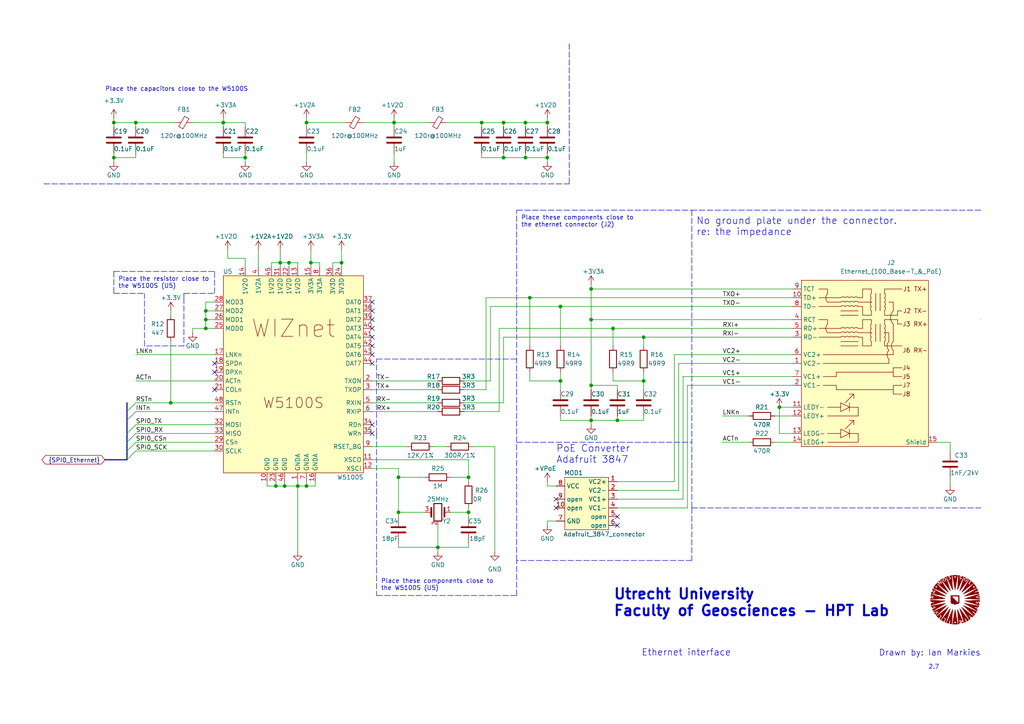
<source format=kicad_sch>
(kicad_sch (version 20211123) (generator eeschema)
  (paper "A4")
  (lib_symbols
    (symbol "+1V2A_1" (power) (in_bom no) (on_board no)
      (property "Value" "+1V2A_1" (at -3.81 3.81 0))
      (symbol "+1V2A_1_1_1"
        (pin power_in line (at 0 0 90) (length 0) hide (name "+1V2A") (number "1"))
      )
    )
    (symbol "+1V2D_1" (power) (in_bom no) (on_board no)
      (property "Value" "+1V2D_1" (at -3.81 3.81 0))
      (symbol "+1V2D_1_1_1"
        (pin power_in line (at 0 0 90) (length 0) hide (name "+1V2D") (number "1"))
      )
    )
    (symbol "+3V3A_1" (power) (in_bom no) (on_board no)
      (property "Value" "+3V3A_1" (at 0 5.08 0))
      (symbol "+3V3A_1_1_1"
        (pin power_in line (at 0 0 90) (length 0) hide (name "+3V3A") (number "1"))
      )
    )
    (symbol "+3V3A_2" (power) (in_bom no) (on_board no)
      (property "Value" "+3V3A_2" (at 0 5.08 0))
      (symbol "+3V3A_2_1_1"
        (pin power_in line (at 0 0 90) (length 0) hide (name "+3V3A") (number "1"))
      )
    )
    (symbol "Device:C" (pin_numbers hide) (pin_names (offset 0.254))
      (property "Reference" "C" (at 0.635 2.54 0))
      (property "Value" "C" (at 0.635 -2.54 0))
      (symbol "C_1_1"
        (pin passive line (at 0 3.81 270) (length 2.794) (name "~") (number "1"))
        (pin passive line (at 0 -3.81 90) (length 2.794) (name "~") (number "2"))
      )
    )
    (symbol "Device:FerriteBead_Small" (pin_numbers hide) (pin_names (offset 0))
      (property "Reference" "FB" (at 1.905 1.27 0))
      (property "Value" "FerriteBead_Small" (at 1.905 -1.27 0))
      (symbol "FerriteBead_Small_1_1"
        (pin passive line (at 0 2.54 270) (length 1.27) (name "~") (number "1"))
        (pin passive line (at 0 -2.54 90) (length 1.27) (name "~") (number "2"))
      )
    )
    (symbol "Device:R" (pin_numbers hide) (pin_names (offset 0))
      (property "Reference" "R" (at 2.032 0 90))
      (property "Value" "R" (at 0 0 90))
      (symbol "R_1_1"
        (pin passive line (at 0 3.81 270) (length 1.27) (name "~") (number "1"))
        (pin passive line (at 0 -3.81 90) (length 1.27) (name "~") (number "2"))
      )
    )
    (symbol "HPT:+1V2A" (power) (in_bom no) (on_board no)
      (property "Value" "+1V2A" (at 0 5.08 0))
      (symbol "+1V2A_1_1"
        (pin power_in line (at 0 0 90) (length 0) hide (name "+1V2A") (number "1"))
      )
    )
    (symbol "HPT:+1V2D" (power) (in_bom no) (on_board no)
      (property "Value" "+1V2D" (at 0 5.08 0))
      (symbol "+1V2D_1_1"
        (pin power_in line (at 0 0 90) (length 0) hide (name "+1V2D") (number "1"))
      )
    )
    (symbol "HPT:+1V2O" (power) (in_bom no) (on_board no)
      (property "Value" "+1V2O" (at 0 5.08 0))
      (symbol "+1V2O_1_1"
        (pin power_in line (at 0 0 90) (length 0) hide (name "+1V2O") (number "1"))
      )
    )
    (symbol "HPT:+3V3A" (power) (in_bom no) (on_board no)
      (property "Value" "+3V3A" (at 0 5.08 0))
      (symbol "+3V3A_1_1"
        (pin power_in line (at 0 0 90) (length 0) hide (name "+3V3A") (number "1"))
      )
    )
    (symbol "HPT:+VPoE" (power) (in_bom no) (on_board no)
      (property "Value" "+VPoE" (at 0 5.08 0))
      (symbol "+VPoE_1_1"
        (pin power_in line (at 0 0 90) (length 0) hide (name "+VPoE") (number ""))
      )
    )
    (symbol "HPT:Adafruit_3847_connector"
      (property "Reference" "MOD?" (at -3.81 7.62 0))
      (property "Value" "Adafruit_3847_connector" (at 1.27 -10.16 0))
      (symbol "Adafruit_3847_connector_1_1"
        (pin bidirectional line (at 8.89 5.08 180) (length 2.54) (name "VC2+") (number "1"))
        (pin passive line (at -8.89 -2.54 0) (length 2.54) (name "open") (number "10"))
        (pin bidirectional line (at 8.89 2.54 180) (length 2.54) (name "VC2-") (number "2"))
        (pin bidirectional line (at 8.89 0 180) (length 2.54) (name "VC1+") (number "3"))
        (pin bidirectional line (at 8.89 -2.54 180) (length 2.54) (name "VC1-") (number "4"))
        (pin passive line (at 8.89 -5.08 180) (length 2.54) (name "open") (number "5"))
        (pin passive line (at 8.89 -7.62 180) (length 2.54) (name "open") (number "6"))
        (pin power_out line (at -8.89 -6.35 0) (length 2.54) (name "GND") (number "7"))
        (pin power_in line (at -8.89 3.81 0) (length 2.54) (name "VCC") (number "8"))
        (pin passive line (at -8.89 0 0) (length 2.54) (name "open") (number "9"))
      )
    )
    (symbol "HPT:Crystal"
      (property "Reference" "U" (at 1.27 6.35 0))
      (property "Value" "Crystal" (at 0 -8.89 0))
      (symbol "Crystal_1_1"
        (pin passive line (at -3.81 0 0) (length 1.27) (name "") (number "1"))
        (pin passive line (at 0 -3.81 90) (length 1.27) (name "") (number "2"))
        (pin passive line (at 3.81 0 180) (length 1.27) (name "") (number "3"))
        (pin passive line (at 0 -3.81 90) (length 1.27) hide (name "") (number "4"))
      )
    )
    (symbol "HPT:Ethernet_(100_Base-T_&_PoE)"
      (property "Reference" "J?" (at -16.51 29.21 0))
      (property "Value" "Ethernet_(100_Base-T_&_PoE)" (at -2.54 -21.59 0))
      (symbol "Ethernet_(100_Base-T_&_PoE)_0_0"
        (text "J1 TX+" (at 15.24 25.4 0) (effects (font (size 1.27 1.27))))
        (text "J2 TX-" (at 15.24 19.05 0) (effects (font (size 1.27 1.27))))
        (text "J3 RX+" (at 15.24 15.24 0) (effects (font (size 1.27 1.27))))
        (text "J4" (at 12.7 2.54 0) (effects (font (size 1.27 1.27))))
        (text "J5" (at 12.7 0 0) (effects (font (size 1.27 1.27))))
        (text "J6 RX-" (at 15.24 7.62 0) (effects (font (size 1.27 1.27))))
        (text "J7" (at 12.7 -2.54 0) (effects (font (size 1.27 1.27))))
        (text "J8" (at 12.7 -5.08 0) (effects (font (size 1.27 1.27))))
      )
      (symbol "Ethernet_(100_Base-T_&_PoE)_1_1"
        (pin output line (at -20.32 3.81 0) (length 2.54) (name "VC2-") (number "1"))
        (pin input line (at -20.32 22.86 0) (length 2.54) (name "TD+") (number "10"))
        (pin input line (at -20.32 -8.89 0) (length 2.54) (name "LEDY-") (number "11"))
        (pin input line (at -20.32 -11.43 0) (length 2.54) (name "LEDY+") (number "12"))
        (pin input line (at -20.32 -16.51 0) (length 2.54) (name "LEDG-") (number "13"))
        (pin input line (at -20.32 -19.05 0) (length 2.54) (name "LEDG+") (number "14"))
        (pin input line (at 21.59 -19.05 180) (length 2.54) (name "Shield") (number "15"))
        (pin input line (at 21.59 -19.05 180) (length 2.54) hide (name "Shield") (number "16"))
        (pin output line (at -20.32 -2.54 0) (length 2.54) (name "VC1-") (number "2"))
        (pin input line (at -20.32 11.43 0) (length 2.54) (name "RD-") (number "3"))
        (pin input line (at -20.32 16.51 0) (length 2.54) (name "RCT") (number "4"))
        (pin input line (at -20.32 13.97 0) (length 2.54) (name "RD+") (number "5"))
        (pin output line (at -20.32 6.35 0) (length 2.54) (name "VC2+") (number "6"))
        (pin output line (at -20.32 0 0) (length 2.54) (name "VC1+") (number "7"))
        (pin input line (at -20.32 20.32 0) (length 2.54) (name "TD-") (number "8"))
        (pin input line (at -20.32 25.4 0) (length 2.54) (name "TCT") (number "9"))
      )
    )
    (symbol "HPT:LOGO" (pin_names (offset 1.016)))
    (symbol "HPT:W5100S"
      (property "Reference" "U" (at -20.32 38.1 0))
      (property "Value" "W5100S" (at 20.32 -22.86 0))
      (symbol "W5100S_0_0"
        (text "W5100S" (at 0 0 0) (effects (font (size 3 3))))
        (text "WIZnet" (at 0 21.59 0) (effects (font (size 5 5))))
      )
      (symbol "W5100S_1_1"
        (pin input line (at -1.27 -22.86 90) (length 2.54) (name "GNDA") (number "1"))
        (pin input line (at 7.62 -22.86 90) (length 2.54) (name "GND") (number "10"))
        (pin input line (at -22.86 -16.51 0) (length 2.54) (name "XSCO") (number "11"))
        (pin input line (at -22.86 -19.05 0) (length 2.54) (name "XSCI") (number "12"))
        (pin input line (at -1.27 39.37 270) (length 2.54) (name "1V2D") (number "13"))
        (pin input line (at 13.97 39.37 270) (length 2.54) (name "1V2O") (number "14"))
        (pin input line (at -5.08 39.37 270) (length 2.54) (name "3V3A") (number "15"))
        (pin input line (at -6.35 -22.86 90) (length 2.54) (name "GNDA") (number "16"))
        (pin bidirectional line (at 22.86 13.97 180) (length 2.54) (name "LNKn") (number "17"))
        (pin bidirectional line (at 22.86 11.43 180) (length 2.54) (name "SPDn") (number "18"))
        (pin bidirectional line (at 22.86 8.89 180) (length 2.54) (name "DPXn") (number "19"))
        (pin input line (at -22.86 6.35 0) (length 2.54) (name "TXON") (number "2"))
        (pin bidirectional line (at 22.86 6.35 180) (length 2.54) (name "ACTn") (number "20"))
        (pin bidirectional line (at 22.86 3.81 180) (length 2.54) (name "COLn") (number "21"))
        (pin input line (at 1.27 39.37 270) (length 2.54) (name "1V2D") (number "22"))
        (pin input line (at 5.08 -22.86 90) (length 2.54) (name "GND") (number "23"))
        (pin input line (at -13.97 39.37 270) (length 2.54) (name "3V3D") (number "24"))
        (pin input line (at 22.86 21.59 180) (length 2.54) (name "MOD0") (number "25"))
        (pin input line (at 22.86 24.13 180) (length 2.54) (name "MOD1") (number "26"))
        (pin input line (at 22.86 26.67 180) (length 2.54) (name "MOD2") (number "27"))
        (pin input line (at 22.86 29.21 180) (length 2.54) (name "MOD3") (number "28"))
        (pin bidirectional line (at 22.86 -11.43 180) (length 2.54) (name "CSn") (number "29"))
        (pin input line (at -22.86 3.81 0) (length 2.54) (name "TXOP") (number "3"))
        (pin bidirectional line (at 22.86 -13.97 180) (length 2.54) (name "SCLK") (number "30"))
        (pin input line (at 3.81 39.37 270) (length 2.54) (name "1V2D") (number "31"))
        (pin bidirectional line (at 22.86 -6.35 180) (length 2.54) (name "MOSI") (number "32"))
        (pin bidirectional line (at 22.86 -8.89 180) (length 2.54) (name "MISO") (number "33"))
        (pin input line (at -22.86 -6.35 0) (length 2.54) (name "RDn") (number "34"))
        (pin input line (at -22.86 -8.89 0) (length 2.54) (name "WRn") (number "35"))
        (pin input line (at -11.43 39.37 270) (length 2.54) (name "3V3D") (number "36"))
        (pin input line (at -22.86 29.21 0) (length 2.54) (name "DAT0") (number "37"))
        (pin input line (at -22.86 26.67 0) (length 2.54) (name "DAT1") (number "38"))
        (pin input line (at -22.86 24.13 0) (length 2.54) (name "DAT2") (number "39"))
        (pin input line (at 10.16 39.37 270) (length 2.54) (name "1V2A") (number "4"))
        (pin input line (at -22.86 21.59 0) (length 2.54) (name "DAT3") (number "40"))
        (pin input line (at -22.86 19.05 0) (length 2.54) (name "DAT4") (number "41"))
        (pin input line (at -22.86 16.51 0) (length 2.54) (name "DAT5") (number "42"))
        (pin input line (at -22.86 13.97 0) (length 2.54) (name "DAT6") (number "43"))
        (pin input line (at -22.86 11.43 0) (length 2.54) (name "DAT7") (number "44"))
        (pin input line (at 6.35 39.37 270) (length 2.54) (name "1V2D") (number "45"))
        (pin input line (at 2.54 -22.86 90) (length 2.54) (name "GND") (number "46"))
        (pin bidirectional line (at 22.86 -2.54 180) (length 2.54) (name "INTn") (number "47"))
        (pin bidirectional line (at 22.86 0 180) (length 2.54) (name "RSTn") (number "48"))
        (pin input line (at -22.86 0 0) (length 2.54) (name "RXIN") (number "5"))
        (pin input line (at -22.86 -2.54 0) (length 2.54) (name "RXIP") (number "6"))
        (pin input line (at -3.81 -22.86 90) (length 2.54) (name "GNDA") (number "7"))
        (pin input line (at -7.62 39.37 270) (length 2.54) (name "3V3A") (number "8"))
        (pin input line (at -22.86 -12.7 0) (length 2.54) (name "RSET_BG") (number "9"))
      )
    )
    (symbol "power:+3.3V" (power) (pin_names (offset 0))
      (property "Value" "+3.3V" (at 0 3.556 0))
      (symbol "+3.3V_1_1"
        (pin power_in line (at 0 0 90) (length 0) hide (name "+3.3V") (number "1"))
      )
    )
    (symbol "power:GND" (power) (pin_names (offset 0))
      (property "Value" "GND" (at 0 -3.81 0))
      (symbol "GND_1_1"
        (pin power_in line (at 0 0 270) (length 0) hide (name "GND") (number "1"))
      )
    )
  )
  (junction (at 127 158.75))
  (junction (at 49.53 116.84))
  (junction (at 33.02 35.56))
  (junction (at 162.56 110.49))
  (junction (at 146.05 45.72))
  (junction (at 158.75 35.56))
  (junction (at 152.4 35.56))
  (junction (at 59.69 90.17))
  (junction (at 82.55 140.97))
  (junction (at 139.7 35.56))
  (junction (at 177.8 95.25))
  (junction (at 179.07 121.92))
  (junction (at 135.89 138.43))
  (junction (at 39.37 35.56))
  (junction (at 64.77 35.56))
  (junction (at 99.06 76.2))
  (junction (at 158.75 45.72))
  (junction (at 186.69 110.49))
  (junction (at 80.01 140.97))
  (junction (at 83.82 76.2))
  (junction (at 135.89 148.59))
  (junction (at 114.3 35.56))
  (junction (at 186.69 97.79))
  (junction (at 162.56 88.9))
  (junction (at 226.06 118.11))
  (junction (at 146.05 35.56))
  (junction (at 88.9 140.97))
  (junction (at 153.67 86.36))
  (junction (at 171.45 83.82))
  (junction (at 86.36 140.97))
  (junction (at 88.9 35.56))
  (junction (at 90.17 76.2))
  (junction (at 71.12 45.72))
  (junction (at 171.45 92.71))
  (junction (at 59.69 95.25))
  (junction (at 171.45 111.76))
  (junction (at 152.4 45.72))
  (junction (at 115.57 138.43))
  (junction (at 81.28 76.2))
  (junction (at 115.57 148.59))
  (junction (at 171.45 121.92))
  (junction (at 59.69 92.71))
  (junction (at 33.02 45.72))
  (no_connect (at 179.07 149.86))
  (no_connect (at 161.29 144.78))
  (no_connect (at 107.95 125.73))
  (no_connect (at 107.95 123.19))
  (no_connect (at 161.29 147.32))
  (no_connect (at 62.23 105.41))
  (no_connect (at 62.23 113.03))
  (no_connect (at 62.23 107.95))
  (no_connect (at 107.95 97.79))
  (no_connect (at 107.95 95.25))
  (no_connect (at 107.95 100.33))
  (no_connect (at 107.95 102.87))
  (no_connect (at 107.95 105.41))
  (no_connect (at 107.95 92.71))
  (no_connect (at 107.95 90.17))
  (no_connect (at 107.95 87.63))
  (no_connect (at 179.07 152.4))
  (bus_entry (at 36.83 130.81) (size 2.54 -2.54))
  (bus_entry (at 36.83 119.38) (size 2.54 -2.54))
  (bus_entry (at 36.83 128.27) (size 2.54 -2.54))
  (bus_entry (at 36.83 121.92) (size 2.54 -2.54))
  (bus_entry (at 36.83 133.35) (size 2.54 -2.54))
  (bus_entry (at 36.83 125.73) (size 2.54 -2.54))
  (wire (pts (xy 134.62 113.03) (xy 140.97 113.03)))
  (wire (pts (xy 179.07 147.32) (xy 199.39 147.32)))
  (wire (pts (xy 224.79 120.65) (xy 229.87 120.65)))
  (wire (pts (xy 39.37 125.73) (xy 62.23 125.73)))
  (wire (pts (xy 135.89 158.75) (xy 127 158.75)))
  (wire (pts (xy 99.06 72.39) (xy 99.06 76.2)))
  (wire (pts (xy 105.41 35.56) (xy 114.3 35.56)))
  (wire (pts (xy 82.55 140.97) (xy 86.36 140.97)))
  (wire (pts (xy 158.75 139.7) (xy 158.75 140.97)))
  (wire (pts (xy 114.3 35.56) (xy 114.3 36.83)))
  (wire (pts (xy 186.69 110.49) (xy 186.69 113.03)))
  (wire (pts (xy 64.77 35.56) (xy 64.77 36.83)))
  (wire (pts (xy 135.89 158.75) (xy 135.89 157.48)))
  (wire (pts (xy 139.7 35.56) (xy 146.05 35.56)))
  (wire (pts (xy 33.02 45.72) (xy 33.02 44.45)))
  (wire (pts (xy 158.75 45.72) (xy 158.75 46.99)))
  (wire (pts (xy 33.02 35.56) (xy 33.02 36.83)))
  (wire (pts (xy 49.53 99.06) (xy 49.53 116.84)))
  (wire (pts (xy 127 158.75) (xy 115.57 158.75)))
  (wire (pts (xy 107.95 135.89) (xy 115.57 135.89)))
  (wire (pts (xy 162.56 120.65) (xy 162.56 121.92)))
  (wire (pts (xy 71.12 45.72) (xy 71.12 46.99)))
  (wire (pts (xy 62.23 87.63) (xy 59.69 87.63)))
  (wire (pts (xy 137.16 129.54) (xy 143.51 129.54)))
  (wire (pts (xy 114.3 35.56) (xy 124.46 35.56)))
  (bus (pts (xy 36.83 125.73) (xy 36.83 128.27)))
  (wire (pts (xy 114.3 46.99) (xy 114.3 44.45)))
  (wire (pts (xy 49.53 91.44) (xy 49.53 90.17)))
  (wire (pts (xy 88.9 139.7) (xy 88.9 140.97)))
  (wire (pts (xy 96.52 76.2) (xy 96.52 77.47)))
  (wire (pts (xy 92.71 76.2) (xy 92.71 77.47)))
  (wire (pts (xy 115.57 138.43) (xy 115.57 148.59)))
  (bus (pts (xy 36.83 130.81) (xy 36.83 133.35)))
  (polyline (pts (xy 62.23 85.09) (xy 62.23 78.74)))
  (wire (pts (xy 171.45 111.76) (xy 171.45 113.03)))
  (wire (pts (xy 88.9 34.29) (xy 88.9 35.56)))
  (wire (pts (xy 135.89 138.43) (xy 130.81 138.43)))
  (wire (pts (xy 81.28 76.2) (xy 78.74 76.2)))
  (wire (pts (xy 198.12 144.78) (xy 198.12 109.22)))
  (wire (pts (xy 162.56 107.95) (xy 162.56 110.49)))
  (polyline (pts (xy 200.66 147.32) (xy 284.48 147.32)))
  (wire (pts (xy 196.85 142.24) (xy 196.85 105.41)))
  (wire (pts (xy 64.77 34.29) (xy 64.77 35.56)))
  (polyline (pts (xy 33.02 85.09) (xy 41.91 85.09)))
  (wire (pts (xy 139.7 45.72) (xy 146.05 45.72)))
  (wire (pts (xy 142.24 110.49) (xy 142.24 88.9)))
  (wire (pts (xy 161.29 140.97) (xy 158.75 140.97)))
  (wire (pts (xy 39.37 45.72) (xy 39.37 44.45)))
  (wire (pts (xy 146.05 35.56) (xy 152.4 35.56)))
  (polyline (pts (xy 12.7 53.34) (xy 165.1 53.34)))
  (bus (pts (xy 36.83 121.92) (xy 36.83 125.73)))
  (wire (pts (xy 71.12 45.72) (xy 71.12 44.45)))
  (wire (pts (xy 199.39 111.76) (xy 229.87 111.76)))
  (wire (pts (xy 90.17 72.39) (xy 90.17 76.2)))
  (wire (pts (xy 107.95 133.35) (xy 135.89 133.35)))
  (wire (pts (xy 179.07 144.78) (xy 198.12 144.78)))
  (wire (pts (xy 77.47 140.97) (xy 80.01 140.97)))
  (wire (pts (xy 64.77 35.56) (xy 71.12 35.56)))
  (polyline (pts (xy 165.1 12.7) (xy 165.1 53.34)))
  (wire (pts (xy 127 116.84) (xy 107.95 116.84)))
  (wire (pts (xy 78.74 76.2) (xy 78.74 77.47)))
  (wire (pts (xy 171.45 83.82) (xy 229.87 83.82)))
  (wire (pts (xy 33.02 45.72) (xy 39.37 45.72)))
  (wire (pts (xy 114.3 34.29) (xy 114.3 35.56)))
  (wire (pts (xy 123.19 138.43) (xy 115.57 138.43)))
  (wire (pts (xy 161.29 151.13) (xy 158.75 151.13)))
  (polyline (pts (xy 149.86 172.72) (xy 149.86 162.56)))
  (wire (pts (xy 135.89 139.7) (xy 135.89 138.43)))
  (wire (pts (xy 179.07 120.65) (xy 179.07 121.92)))
  (wire (pts (xy 71.12 35.56) (xy 71.12 36.83)))
  (polyline (pts (xy 200.66 162.56) (xy 149.86 162.56)))
  (wire (pts (xy 224.79 128.27) (xy 229.87 128.27)))
  (wire (pts (xy 74.93 72.39) (xy 74.93 77.47)))
  (wire (pts (xy 62.23 92.71) (xy 59.69 92.71)))
  (wire (pts (xy 59.69 92.71) (xy 59.69 90.17)))
  (wire (pts (xy 139.7 45.72) (xy 139.7 44.45)))
  (bus (pts (xy 36.83 116.84) (xy 36.83 119.38)))
  (wire (pts (xy 146.05 45.72) (xy 146.05 44.45)))
  (wire (pts (xy 59.69 95.25) (xy 55.88 95.25)))
  (wire (pts (xy 55.88 95.25) (xy 55.88 96.52)))
  (wire (pts (xy 88.9 44.45) (xy 88.9 46.99)))
  (wire (pts (xy 158.75 45.72) (xy 158.75 44.45)))
  (wire (pts (xy 135.89 147.32) (xy 135.89 148.59)))
  (wire (pts (xy 158.75 35.56) (xy 158.75 36.83)))
  (wire (pts (xy 86.36 76.2) (xy 83.82 76.2)))
  (wire (pts (xy 39.37 116.84) (xy 49.53 116.84)))
  (wire (pts (xy 90.17 76.2) (xy 90.17 77.47)))
  (wire (pts (xy 135.89 133.35) (xy 135.89 138.43)))
  (wire (pts (xy 171.45 121.92) (xy 179.07 121.92)))
  (wire (pts (xy 162.56 121.92) (xy 171.45 121.92)))
  (wire (pts (xy 198.12 109.22) (xy 229.87 109.22)))
  (wire (pts (xy 83.82 76.2) (xy 83.82 77.47)))
  (wire (pts (xy 80.01 140.97) (xy 82.55 140.97)))
  (wire (pts (xy 152.4 35.56) (xy 158.75 35.56)))
  (bus (pts (xy 36.83 119.38) (xy 36.83 121.92)))
  (wire (pts (xy 171.45 92.71) (xy 171.45 111.76)))
  (wire (pts (xy 64.77 45.72) (xy 71.12 45.72)))
  (wire (pts (xy 39.37 110.49) (xy 62.23 110.49)))
  (wire (pts (xy 115.57 158.75) (xy 115.57 157.48)))
  (bus (pts (xy 36.83 128.27) (xy 36.83 130.81)))
  (wire (pts (xy 146.05 116.84) (xy 146.05 97.79)))
  (polyline (pts (xy 149.86 128.27) (xy 149.86 60.96)))
  (wire (pts (xy 153.67 110.49) (xy 162.56 110.49)))
  (polyline (pts (xy 109.22 125.73) (xy 109.22 172.72)))
  (wire (pts (xy 55.88 35.56) (xy 64.77 35.56)))
  (wire (pts (xy 81.28 76.2) (xy 81.28 77.47)))
  (wire (pts (xy 115.57 148.59) (xy 115.57 149.86)))
  (wire (pts (xy 177.8 95.25) (xy 229.87 95.25)))
  (wire (pts (xy 88.9 35.56) (xy 100.33 35.56)))
  (wire (pts (xy 86.36 139.7) (xy 86.36 140.97)))
  (wire (pts (xy 62.23 95.25) (xy 59.69 95.25)))
  (wire (pts (xy 127 119.38) (xy 107.95 119.38)))
  (wire (pts (xy 229.87 118.11) (xy 226.06 118.11)))
  (wire (pts (xy 125.73 129.54) (xy 129.54 129.54)))
  (polyline (pts (xy 284.48 60.96) (xy 200.66 60.96)))
  (wire (pts (xy 134.62 116.84) (xy 146.05 116.84)))
  (wire (pts (xy 195.58 139.7) (xy 195.58 102.87)))
  (wire (pts (xy 162.56 88.9) (xy 229.87 88.9)))
  (wire (pts (xy 81.28 72.39) (xy 81.28 76.2)))
  (wire (pts (xy 179.07 139.7) (xy 195.58 139.7)))
  (wire (pts (xy 49.53 116.84) (xy 62.23 116.84)))
  (polyline (pts (xy 200.66 147.32) (xy 200.66 162.56)))
  (wire (pts (xy 130.81 148.59) (xy 135.89 148.59)))
  (bus (pts (xy 30.48 133.35) (xy 36.83 133.35)))
  (polyline (pts (xy 149.86 162.56) (xy 149.86 128.27)))
  (wire (pts (xy 144.78 119.38) (xy 144.78 95.25)))
  (wire (pts (xy 171.45 92.71) (xy 229.87 92.71)))
  (wire (pts (xy 77.47 139.7) (xy 77.47 140.97)))
  (polyline (pts (xy 149.86 60.96) (xy 200.66 60.96)))
  (wire (pts (xy 127 110.49) (xy 107.95 110.49)))
  (wire (pts (xy 115.57 148.59) (xy 123.19 148.59)))
  (wire (pts (xy 33.02 35.56) (xy 33.02 34.29)))
  (wire (pts (xy 39.37 130.81) (xy 62.23 130.81)))
  (wire (pts (xy 86.36 77.47) (xy 86.36 76.2)))
  (wire (pts (xy 153.67 86.36) (xy 153.67 100.33)))
  (wire (pts (xy 195.58 102.87) (xy 229.87 102.87)))
  (wire (pts (xy 39.37 119.38) (xy 62.23 119.38)))
  (wire (pts (xy 209.55 120.65) (xy 217.17 120.65)))
  (wire (pts (xy 33.02 46.99) (xy 33.02 45.72)))
  (wire (pts (xy 107.95 129.54) (xy 118.11 129.54)))
  (polyline (pts (xy 33.02 78.74) (xy 33.02 85.09)))
  (wire (pts (xy 162.56 100.33) (xy 162.56 88.9)))
  (polyline (pts (xy 53.34 86.36) (xy 53.34 85.09)))
  (wire (pts (xy 139.7 35.56) (xy 139.7 36.83)))
  (wire (pts (xy 71.12 74.93) (xy 71.12 77.47)))
  (wire (pts (xy 99.06 76.2) (xy 96.52 76.2)))
  (wire (pts (xy 144.78 95.25) (xy 177.8 95.25)))
  (wire (pts (xy 64.77 45.72) (xy 64.77 44.45)))
  (wire (pts (xy 153.67 86.36) (xy 229.87 86.36)))
  (wire (pts (xy 39.37 102.87) (xy 62.23 102.87)))
  (wire (pts (xy 115.57 135.89) (xy 115.57 138.43)))
  (wire (pts (xy 86.36 140.97) (xy 88.9 140.97)))
  (polyline (pts (xy 109.22 125.73) (xy 109.22 104.14)))
  (wire (pts (xy 39.37 35.56) (xy 39.37 36.83)))
  (wire (pts (xy 39.37 128.27) (xy 62.23 128.27)))
  (wire (pts (xy 179.07 121.92) (xy 186.69 121.92)))
  (wire (pts (xy 66.04 72.39) (xy 66.04 74.93)))
  (wire (pts (xy 59.69 90.17) (xy 59.69 87.63)))
  (polyline (pts (xy 53.34 85.09) (xy 62.23 85.09)))
  (polyline (pts (xy 149.86 128.27) (xy 200.66 128.27)))
  (wire (pts (xy 171.45 111.76) (xy 179.07 111.76)))
  (wire (pts (xy 91.44 139.7) (xy 91.44 140.97)))
  (polyline (pts (xy 109.22 104.14) (xy 149.86 104.14)))
  (wire (pts (xy 142.24 88.9) (xy 162.56 88.9)))
  (wire (pts (xy 171.45 120.65) (xy 171.45 121.92)))
  (wire (pts (xy 153.67 107.95) (xy 153.67 110.49)))
  (polyline (pts (xy 200.66 60.96) (xy 200.66 147.32)))
  (wire (pts (xy 39.37 35.56) (xy 33.02 35.56)))
  (wire (pts (xy 135.89 148.59) (xy 135.89 149.86)))
  (wire (pts (xy 99.06 76.2) (xy 99.06 77.47)))
  (polyline (pts (xy 109.22 172.72) (xy 149.86 172.72)))
  (wire (pts (xy 186.69 97.79) (xy 186.69 100.33)))
  (wire (pts (xy 143.51 129.54) (xy 143.51 160.02)))
  (wire (pts (xy 146.05 45.72) (xy 152.4 45.72)))
  (wire (pts (xy 177.8 107.95) (xy 177.8 110.49)))
  (wire (pts (xy 90.17 76.2) (xy 92.71 76.2)))
  (polyline (pts (xy 53.34 100.33) (xy 41.91 100.33)))
  (wire (pts (xy 127 160.02) (xy 127 158.75)))
  (wire (pts (xy 127 152.4) (xy 127 158.75)))
  (wire (pts (xy 146.05 35.56) (xy 146.05 36.83)))
  (wire (pts (xy 86.36 140.97) (xy 86.36 160.02)))
  (wire (pts (xy 171.45 121.92) (xy 171.45 123.19)))
  (wire (pts (xy 152.4 45.72) (xy 158.75 45.72)))
  (wire (pts (xy 88.9 140.97) (xy 91.44 140.97)))
  (wire (pts (xy 186.69 121.92) (xy 186.69 120.65)))
  (wire (pts (xy 171.45 83.82) (xy 171.45 92.71)))
  (wire (pts (xy 177.8 95.25) (xy 177.8 100.33)))
  (wire (pts (xy 171.45 82.55) (xy 171.45 83.82)))
  (wire (pts (xy 152.4 35.56) (xy 152.4 36.83)))
  (wire (pts (xy 179.07 142.24) (xy 196.85 142.24)))
  (polyline (pts (xy 41.91 100.33) (xy 41.91 85.09)))
  (wire (pts (xy 162.56 110.49) (xy 162.56 113.03)))
  (wire (pts (xy 271.78 128.27) (xy 275.59 128.27)))
  (wire (pts (xy 158.75 34.29) (xy 158.75 35.56)))
  (wire (pts (xy 158.75 151.13) (xy 158.75 152.4)))
  (wire (pts (xy 59.69 95.25) (xy 59.69 92.71)))
  (wire (pts (xy 81.28 76.2) (xy 83.82 76.2)))
  (wire (pts (xy 127 113.03) (xy 107.95 113.03)))
  (wire (pts (xy 146.05 97.79) (xy 186.69 97.79)))
  (wire (pts (xy 275.59 140.97) (xy 275.59 138.43)))
  (polyline (pts (xy 33.02 78.74) (xy 62.23 78.74)))
  (wire (pts (xy 134.62 110.49) (xy 142.24 110.49)))
  (wire (pts (xy 62.23 90.17) (xy 59.69 90.17)))
  (wire (pts (xy 134.62 119.38) (xy 144.78 119.38)))
  (wire (pts (xy 226.06 125.73) (xy 226.06 118.11)))
  (polyline (pts (xy 53.34 86.36) (xy 53.34 100.33)))
  (wire (pts (xy 196.85 105.41) (xy 229.87 105.41)))
  (wire (pts (xy 186.69 97.79) (xy 229.87 97.79)))
  (wire (pts (xy 177.8 110.49) (xy 186.69 110.49)))
  (wire (pts (xy 82.55 139.7) (xy 82.55 140.97)))
  (wire (pts (xy 129.54 35.56) (xy 139.7 35.56)))
  (wire (pts (xy 229.87 125.73) (xy 226.06 125.73)))
  (wire (pts (xy 140.97 86.36) (xy 153.67 86.36)))
  (wire (pts (xy 140.97 113.03) (xy 140.97 86.36)))
  (wire (pts (xy 39.37 123.19) (xy 62.23 123.19)))
  (wire (pts (xy 39.37 35.56) (xy 50.8 35.56)))
  (wire (pts (xy 152.4 45.72) (xy 152.4 44.45)))
  (wire (pts (xy 179.07 113.03) (xy 179.07 111.76)))
  (wire (pts (xy 186.69 107.95) (xy 186.69 110.49)))
  (wire (pts (xy 199.39 147.32) (xy 199.39 111.76)))
  (wire (pts (xy 88.9 35.56) (xy 88.9 36.83)))
  (wire (pts (xy 275.59 128.27) (xy 275.59 130.81)))
  (wire (pts (xy 80.01 139.7) (xy 80.01 140.97)))
  (wire (pts (xy 209.55 128.27) (xy 217.17 128.27)))
  (wire (pts (xy 66.04 74.93) (xy 71.12 74.93)))
  (text "Place the resistor close to \nthe W5100S (U5)" (at 34.29 83.82 0) (effects (font (size 1.27 1.27)) (justify left bottom)))
  (text "No ground plate under the connector.\nre: the impedance\n" (at 201.93 68.58 0) (effects (font (size 2 2)) (justify left bottom)))
  (text "Place these components close to \nthe ethernet connector (J2)" (at 151.13 66.04 0) (effects (font (size 1.27 1.27)) (justify left bottom)))
  (text "Place these components close to \nthe W5100S (U5)" (at 110.49 171.45 0) (effects (font (size 1.27 1.27)) (justify left bottom)))
  (text "Ethernet interface" (at 212.09 190.5 180) (effects (font (size 1.905 1.905)) (justify right bottom)))
  (text "Utrecht University\nFaculty of Geosciences - HPT Lab" (at 177.8 179.07 0) (effects (font (size 3 3) (thickness 0.6) bold) (justify left bottom)))
  (text "PoE Converter\nAdafruit 3847\n" (at 161.29 134.62 0) (effects (font (size 2 2)) (justify left bottom)))
  (text "Drawn by: Ian Markies" (at 284.48 190.5 180) (effects (font (size 1.75 1.75)) (justify right bottom)))
  (text "2.7" (at 269.24 194.31 0) (effects (font (size 1.27 1.27)) (justify left bottom)))
  (text "Place the capacitors close to the W5100S" (at 30.48 26.67 0) (effects (font (size 1.27 1.27)) (justify left bottom)))
  (label "TXO-" (at 209.55 88.9 0))
  (label "ACTn" (at 209.55 128.27 0))
  (label "RX+" (at 109.22 119.38 0))
  (label "SPI0_RX" (at 39.37 125.73 0))
  (label "VC2+" (at 209.55 102.87 0))
  (label "RSTn" (at 39.37 116.84 0))
  (label "SPI0_CSn" (at 39.37 128.27 0))
  (label "SPI0_SCK" (at 39.37 130.81 0))
  (label "VC1-" (at 209.55 111.76 0))
  (label "TXO+" (at 209.55 86.36 0))
  (label "TX-" (at 109.22 110.49 0))
  (label "INTn" (at 39.37 119.38 0))
  (label "LNKn" (at 209.55 120.65 0))
  (label "SPI0_TX" (at 39.37 123.19 0))
  (label "LNKn" (at 39.37 102.87 0))
  (label "RX-" (at 109.22 116.84 0))
  (label "ACTn" (at 39.37 110.49 0))
  (label "RXI-" (at 209.55 97.79 0))
  (label "TX+" (at 109.22 113.03 0))
  (label "VC2-" (at 209.55 105.41 0))
  (label "VC1+" (at 209.55 109.22 0))
  (label "RXI+" (at 209.55 95.25 0))
  (global_label "{SPI0_Ethernet}" (shape bidirectional) (at 30.48 133.35 180) (property "Intersheet References" "${INTERSHEET_REFS}" (effects hide)))
  (symbol (lib_id "Device:R") (at 153.67 104.14 180) (unit 1)
    (property "Reference" "R13" (at 157.48 102.87 0))
    (property "Value" "49R9" (at 157.48 105.41 0))
    (property "Footprint" "HPT:Res 0402_1005Metric" (effects hide))
  )
  (symbol (lib_id "Device:FerriteBead_Small") (at 127 35.56 90) (unit 1)
    (property "Reference" "FB3" (at 127 31.75 90))
    (property "Value" "120r@100MHz" (at 127 39.37 90))
    (property "Footprint" "Inductor_SMD:L_0402_1005Metric" (effects hide))
  )
  (symbol (lib_id "Device:FerriteBead_Small") (at 102.87 35.56 90) (unit 1)
    (property "Reference" "FB2" (at 102.87 31.75 90))
    (property "Value" "120r@100MHz" (at 102.87 39.37 90))
    (property "Footprint" "Inductor_SMD:L_0402_1005Metric" (effects hide))
  )
  (symbol (lib_id "Device:C") (at 179.07 116.84 0) (unit 1)
    (property "Reference" "C31" (at 179.07 114.3 0) (effects (justify left)))
    (property "Value" "1uF" (at 179.07 119.38 0) (effects (justify left)))
    (property "Footprint" "HPT:Cap 0402_1005Metric" (effects hide))
  )
  (symbol (lib_id "HPT:Crystal") (at 127 148.59 0) (mirror y) (unit 1)
    (property "Reference" "Y2" (at 129.54 151.13 0))
    (property "Value" "25MHz" (at 127 144.78 0))
    (property "Footprint" "Crystal:Crystal_SMD_Abracon_ABM8G-4Pin_3.2x2.5mm" (effects hide))
  )
  (symbol (lib_id "power:GND") (at 33.02 46.99 0) (unit 1)
    (property "Reference" "#PWR025" (effects hide))
    (property "Value" "GND" (at 33.02 50.8 0))
  )
  (symbol (lib_id "power:GND") (at 275.59 140.97 0) (unit 1)
    (property "Reference" "#PWR035" (effects hide))
    (property "Value" "GND" (at 275.59 144.78 0))
  )
  (symbol (lib_id "HPT:W5100S") (at 85.09 116.84 0) (mirror y) (unit 1)
    (property "Reference" "U5" (at 66.04 78.74 0))
    (property "Value" "W5100S" (at 101.6 138.43 0))
    (property "Footprint" "HPT:LQFP48" (effects hide))
  )
  (symbol (lib_name "+3V3A_1") (lib_id "HPT:+3V3A") (at 90.17 72.39 0) (unit 1) (in_bom no) (on_board no)
    (property "Reference" "#U09" (effects hide))
    (property "Value" "+3V3A" (at 87.63 68.58 0) (effects (justify left)))
  )
  (symbol (lib_id "Device:R") (at 133.35 129.54 270) (mirror x) (unit 1)
    (property "Reference" "R24" (at 133.35 127 90))
    (property "Value" "300R/1%" (at 133.35 132.08 90))
    (property "Footprint" "HPT:Res 0402_1005Metric" (effects hide))
  )
  (symbol (lib_id "HPT:+1V2D") (at 158.75 34.29 0) (unit 1) (in_bom no) (on_board no)
    (property "Reference" "#U08" (effects hide))
    (property "Value" "+1V2D" (at 154.94 30.48 0) (effects (justify left)))
  )
  (symbol (lib_id "Device:R") (at 186.69 104.14 180) (unit 1)
    (property "Reference" "R16" (at 190.5 102.87 0))
    (property "Value" "49R9" (at 190.5 105.41 0))
    (property "Footprint" "HPT:Res 0402_1005Metric" (effects hide))
  )
  (symbol (lib_id "power:+3.3V") (at 226.06 118.11 0) (unit 1)
    (property "Reference" "#PWR033" (effects hide))
    (property "Value" "+3.3V" (at 226.06 114.3 0))
  )
  (symbol (lib_id "power:GND") (at 127 160.02 0) (mirror y) (unit 1)
    (property "Reference" "#PWR038" (effects hide))
    (property "Value" "GND" (at 127 163.83 0))
  )
  (symbol (lib_id "HPT:+1V2A") (at 88.9 34.29 0) (unit 1) (in_bom no) (on_board no)
    (property "Reference" "#U06" (effects hide))
    (property "Value" "+1V2A" (at 85.09 30.48 0) (effects (justify left)))
  )
  (symbol (lib_id "Device:C") (at 158.75 40.64 0) (unit 1)
    (property "Reference" "C28" (at 158.75 38.1 0) (effects (justify left)))
    (property "Value" "0.1uF" (at 158.75 43.18 0) (effects (justify left)))
    (property "Footprint" "HPT:Cap 0402_1005Metric" (effects hide))
  )
  (symbol (lib_id "Device:C") (at 114.3 40.64 0) (unit 1)
    (property "Reference" "C24" (at 114.3 38.1 0) (effects (justify left)))
    (property "Value" "1uF" (at 114.3 43.18 0) (effects (justify left)))
    (property "Footprint" "HPT:Cap 0402_1005Metric" (effects hide))
  )
  (symbol (lib_id "Device:R") (at 220.98 128.27 270) (unit 1)
    (property "Reference" "R22" (at 220.98 125.73 90))
    (property "Value" "470R" (at 220.98 130.81 90))
    (property "Footprint" "HPT:Res 0402_1005Metric" (effects hide))
  )
  (symbol (lib_id "Device:C") (at 115.57 153.67 0) (mirror y) (unit 1)
    (property "Reference" "C34" (at 115.57 151.13 0) (effects (justify left)))
    (property "Value" "18pF" (at 115.57 156.21 0) (effects (justify left)))
    (property "Footprint" "HPT:Cap 0402_1005Metric" (effects hide))
  )
  (symbol (lib_id "power:+3.3V") (at 49.53 90.17 0) (unit 1)
    (property "Reference" "#PWR031" (effects hide))
    (property "Value" "+3.3V" (at 49.53 86.36 0))
  )
  (symbol (lib_id "Device:C") (at 186.69 116.84 0) (unit 1)
    (property "Reference" "C32" (at 186.69 114.3 0) (effects (justify left)))
    (property "Value" "0.1uF" (at 186.69 119.38 0) (effects (justify left)))
    (property "Footprint" "HPT:Cap 0402_1005Metric" (effects hide))
  )
  (symbol (lib_id "HPT:+1V2O") (at 66.04 72.39 0) (unit 1) (in_bom no) (on_board no)
    (property "Reference" "#PWR012O01" (effects hide))
    (property "Value" "+1V2O" (at 62.23 68.58 0) (effects (justify left)))
  )
  (symbol (lib_id "power:GND") (at 143.51 160.02 0) (unit 1)
    (property "Reference" "#PWR039" (effects hide))
    (property "Value" "GND" (at 143.51 165.1 0))
  )
  (symbol (lib_id "Device:R") (at 162.56 104.14 180) (unit 1)
    (property "Reference" "R14" (at 166.37 102.87 0))
    (property "Value" "49R9" (at 166.37 105.41 0))
    (property "Footprint" "HPT:Res 0402_1005Metric" (effects hide))
  )
  (symbol (lib_id "Device:C") (at 139.7 40.64 0) (unit 1)
    (property "Reference" "C25" (at 139.7 38.1 0) (effects (justify left)))
    (property "Value" "0.1uF" (at 139.7 43.18 0) (effects (justify left)))
    (property "Footprint" "HPT:Cap 0402_1005Metric" (effects hide))
  )
  (symbol (lib_id "Device:C") (at 71.12 40.64 0) (unit 1)
    (property "Reference" "C22" (at 71.12 38.1 0) (effects (justify left)))
    (property "Value" "0.1uF" (at 71.12 43.18 0) (effects (justify left)))
    (property "Footprint" "HPT:Cap 0402_1005Metric" (effects hide))
  )
  (symbol (lib_id "Device:R") (at 135.89 143.51 0) (mirror x) (unit 1)
    (property "Reference" "R26" (at 139.7 142.24 0))
    (property "Value" "0R" (at 138.43 144.78 0))
    (property "Footprint" "HPT:Res 0402_1005Metric" (effects hide))
  )
  (symbol (lib_id "Device:C") (at 135.89 153.67 0) (mirror y) (unit 1)
    (property "Reference" "C35" (at 139.7 151.13 0) (effects (justify left)))
    (property "Value" "18pF" (at 140.97 156.21 0) (effects (justify left)))
    (property "Footprint" "HPT:Cap 0402_1005Metric" (effects hide))
  )
  (symbol (lib_id "Device:C") (at 146.05 40.64 0) (unit 1)
    (property "Reference" "C26" (at 146.05 38.1 0) (effects (justify left)))
    (property "Value" "0.1uF" (at 146.05 43.18 0) (effects (justify left)))
    (property "Footprint" "HPT:Cap 0402_1005Metric" (effects hide))
  )
  (symbol (lib_id "power:GND") (at 158.75 152.4 0) (mirror y) (unit 1)
    (property "Reference" "#PWR036" (effects hide))
    (property "Value" "GND" (at 158.75 156.21 0))
  )
  (symbol (lib_id "HPT:+1V2O") (at 114.3 34.29 0) (unit 1) (in_bom no) (on_board no)
    (property "Reference" "#U07" (effects hide))
    (property "Value" "+1V2O" (at 110.49 30.48 0) (effects (justify left)))
  )
  (symbol (lib_id "power:GND") (at 114.3 46.99 0) (unit 1)
    (property "Reference" "#PWR028" (effects hide))
    (property "Value" "GND" (at 114.3 50.8 0))
  )
  (symbol (lib_id "Device:C") (at 39.37 40.64 0) (unit 1)
    (property "Reference" "C20" (at 39.37 38.1 0) (effects (justify left)))
    (property "Value" "0.1uF" (at 39.37 43.18 0) (effects (justify left)))
    (property "Footprint" "HPT:Cap 0402_1005Metric" (effects hide))
  )
  (symbol (lib_id "power:GND") (at 55.88 96.52 0) (unit 1)
    (property "Reference" "#PWR032" (effects hide))
    (property "Value" "GND" (at 55.88 100.33 0))
  )
  (symbol (lib_id "Device:R") (at 177.8 104.14 180) (unit 1)
    (property "Reference" "R15" (at 181.61 102.87 0))
    (property "Value" "49R9" (at 181.61 105.41 0))
    (property "Footprint" "HPT:Res 0402_1005Metric" (effects hide))
  )
  (symbol (lib_name "+1V2D_1") (lib_id "HPT:+1V2D") (at 81.28 72.39 0) (mirror y) (unit 1)
    (property "Reference" "#PWR012D01" (effects hide))
    (property "Value" "+1V2D" (at 85.09 68.58 0) (effects (justify left)))
  )
  (symbol (lib_id "Device:R") (at 49.53 95.25 0) (unit 1)
    (property "Reference" "R12" (at 45.72 93.98 0))
    (property "Value" "4k7" (at 45.72 96.52 0))
    (property "Footprint" "HPT:Res 0402_1005Metric" (effects hide))
  )
  (symbol (lib_id "Device:C") (at 275.59 134.62 0) (unit 1)
    (property "Reference" "C33" (at 276.86 132.08 0) (effects (justify left)))
    (property "Value" "1nF/2kV" (at 275.59 137.16 0) (effects (justify left)))
    (property "Footprint" "HPT:Cap 0402_1005Metric" (effects hide))
  )
  (symbol (lib_id "power:+3.3V") (at 33.02 34.29 0) (unit 1)
    (property "Reference" "#PWR024" (effects hide))
    (property "Value" "+3.3V" (at 33.02 29.21 0))
  )
  (symbol (lib_id "Device:R") (at 130.81 110.49 270) (mirror x) (unit 1)
    (property "Reference" "R17" (at 125.73 109.22 90))
    (property "Value" "3R3" (at 135.89 109.22 90))
    (property "Footprint" "HPT:Res 0402_1005Metric" (effects hide))
  )
  (symbol (lib_id "power:GND") (at 71.12 46.99 0) (unit 1)
    (property "Reference" "#PWR026" (effects hide))
    (property "Value" "GND" (at 71.12 50.8 0))
  )
  (symbol (lib_id "power:+3.3V") (at 99.06 72.39 0) (mirror y) (unit 1)
    (property "Reference" "#PWR030" (effects hide))
    (property "Value" "+3.3V" (at 99.06 68.58 0))
  )
  (symbol (lib_id "Device:R") (at 121.92 129.54 270) (mirror x) (unit 1)
    (property "Reference" "R23" (at 121.92 127 90))
    (property "Value" "12K/1%" (at 121.92 132.08 90))
    (property "Footprint" "HPT:Res 0402_1005Metric" (effects hide))
  )
  (symbol (lib_id "HPT:+VPoE") (at 158.75 139.7 0) (unit 1) (in_bom no) (on_board no)
    (property "Reference" "#U011" (effects hide))
    (property "Value" "+VPoE" (at 154.94 135.89 0) (effects (justify left)))
  )
  (symbol (lib_id "Device:R") (at 130.81 119.38 270) (mirror x) (unit 1)
    (property "Reference" "R20" (at 125.73 118.11 90))
    (property "Value" "3R3" (at 135.89 118.11 90))
    (property "Footprint" "HPT:Res 0402_1005Metric" (effects hide))
  )
  (symbol (lib_id "Device:C") (at 64.77 40.64 0) (unit 1)
    (property "Reference" "C21" (at 64.77 38.1 0) (effects (justify left)))
    (property "Value" "0.1uF" (at 64.77 43.18 0) (effects (justify left)))
    (property "Footprint" "HPT:Cap 0402_1005Metric" (effects hide))
  )
  (symbol (lib_id "power:GND") (at 171.45 123.19 0) (unit 1)
    (property "Reference" "#PWR034" (effects hide))
    (property "Value" "GND" (at 171.45 127 0))
  )
  (symbol (lib_id "Device:R") (at 127 138.43 270) (mirror x) (unit 1)
    (property "Reference" "R25" (at 127 135.89 90))
    (property "Value" "1M" (at 127 140.97 90))
    (property "Footprint" "HPT:Res 0402_1005Metric" (effects hide))
  )
  (symbol (lib_id "power:GND") (at 86.36 160.02 0) (mirror y) (unit 1)
    (property "Reference" "#PWR037" (effects hide))
    (property "Value" "GND" (at 86.36 163.83 0))
  )
  (symbol (lib_id "Device:C") (at 152.4 40.64 0) (unit 1)
    (property "Reference" "C27" (at 152.4 38.1 0) (effects (justify left)))
    (property "Value" "0.1uF" (at 152.4 43.18 0) (effects (justify left)))
    (property "Footprint" "HPT:Cap 0402_1005Metric" (effects hide))
  )
  (symbol (lib_id "Device:C") (at 33.02 40.64 0) (unit 1)
    (property "Reference" "C19" (at 33.02 38.1 0) (effects (justify left)))
    (property "Value" "0.1uF" (at 33.02 43.18 0) (effects (justify left)))
    (property "Footprint" "HPT:Cap 0402_1005Metric" (effects hide))
  )
  (symbol (lib_id "HPT:Ethernet_(100_Base-T_&_PoE)") (at 250.19 109.22 0) (unit 1)
    (property "Reference" "J2" (at 258.445 76.2 0))
    (property "Value" "Ethernet_(100_Base-T_&_PoE)" (at 258.445 78.74 0))
    (property "Footprint" "HPT:PoE, 10 Pin with LED" (effects hide))
  )
  (symbol (lib_id "HPT:Adafruit_3847_connector") (at 170.18 144.78 0) (unit 1)
    (property "Reference" "MOD1" (at 166.37 137.16 0))
    (property "Value" "Adafruit_3847_connector" (at 175.26 154.94 0))
    (property "Footprint" "HPT:Adafruit 3847 connector" (effects hide))
  )
  (symbol (lib_id "power:GND") (at 158.75 46.99 0) (unit 1)
    (property "Reference" "#PWR029" (effects hide))
    (property "Value" "GND" (at 158.75 50.8 0))
  )
  (symbol (lib_id "Device:C") (at 171.45 116.84 0) (unit 1)
    (property "Reference" "C30" (at 171.45 114.3 0) (effects (justify left)))
    (property "Value" "0.1uF" (at 171.45 119.38 0) (effects (justify left)))
    (property "Footprint" "HPT:Cap 0402_1005Metric" (effects hide))
  )
  (symbol (lib_id "Device:R") (at 130.81 113.03 270) (mirror x) (unit 1)
    (property "Reference" "R18" (at 125.73 111.76 90))
    (property "Value" "3R3" (at 135.89 111.76 90))
    (property "Footprint" "HPT:Res 0402_1005Metric" (effects hide))
  )
  (symbol (lib_id "HPT:LOGO") (at 276.86 173.99 0) (unit 1)
    (property "Reference" "#G3" (effects hide))
    (property "Value" "LOGO" (effects hide))
  )
  (symbol (lib_id "HPT:+3V3A") (at 171.45 82.55 0) (unit 1) (in_bom no) (on_board no)
    (property "Reference" "#U010" (effects hide))
    (property "Value" "+3V3A" (at 168.91 78.74 0) (effects (justify left)))
  )
  (symbol (lib_id "power:GND") (at 88.9 46.99 0) (unit 1)
    (property "Reference" "#PWR027" (effects hide))
    (property "Value" "GND" (at 88.9 50.8 0))
  )
  (symbol (lib_id "Device:C") (at 162.56 116.84 0) (unit 1)
    (property "Reference" "C29" (at 162.56 114.3 0) (effects (justify left)))
    (property "Value" "0.1uF" (at 162.56 119.38 0) (effects (justify left)))
    (property "Footprint" "HPT:Cap 0402_1005Metric" (effects hide))
  )
  (symbol (lib_id "Device:C") (at 88.9 40.64 0) (unit 1)
    (property "Reference" "C23" (at 88.9 38.1 0) (effects (justify left)))
    (property "Value" "0.1uF" (at 88.9 43.18 0) (effects (justify left)))
    (property "Footprint" "HPT:Cap 0402_1005Metric" (effects hide))
  )
  (symbol (lib_id "Device:R") (at 130.81 116.84 270) (mirror x) (unit 1)
    (property "Reference" "R19" (at 125.73 115.57 90))
    (property "Value" "3R3" (at 135.89 115.57 90))
    (property "Footprint" "HPT:Res 0402_1005Metric" (effects hide))
  )
  (symbol (lib_name "+3V3A_2") (lib_id "HPT:+3V3A") (at 64.77 34.29 0) (unit 1) (in_bom no) (on_board no)
    (property "Reference" "#U05" (effects hide))
    (property "Value" "+3V3A" (at 62.23 30.48 0) (effects (justify left)))
  )
  (symbol (lib_id "Device:FerriteBead_Small") (at 53.34 35.56 90) (unit 1)
    (property "Reference" "FB1" (at 53.34 31.75 90))
    (property "Value" "120r@100MHz" (at 53.34 39.37 90))
    (property "Footprint" "Inductor_SMD:L_0402_1005Metric" (effects hide))
  )
  (symbol (lib_name "+1V2A_1") (lib_id "HPT:+1V2A") (at 74.93 72.39 0) (mirror y) (unit 1)
    (property "Reference" "#PWR012A01" (effects hide))
    (property "Value" "+1V2A" (at 78.74 68.58 0) (effects (justify left)))
  )
  (symbol (lib_id "Device:R") (at 220.98 120.65 270) (unit 1)
    (property "Reference" "R21" (at 220.98 118.11 90))
    (property "Value" "470R" (at 220.98 123.19 90))
    (property "Footprint" "HPT:Res 0402_1005Metric" (effects hide))
  )
)
</source>
